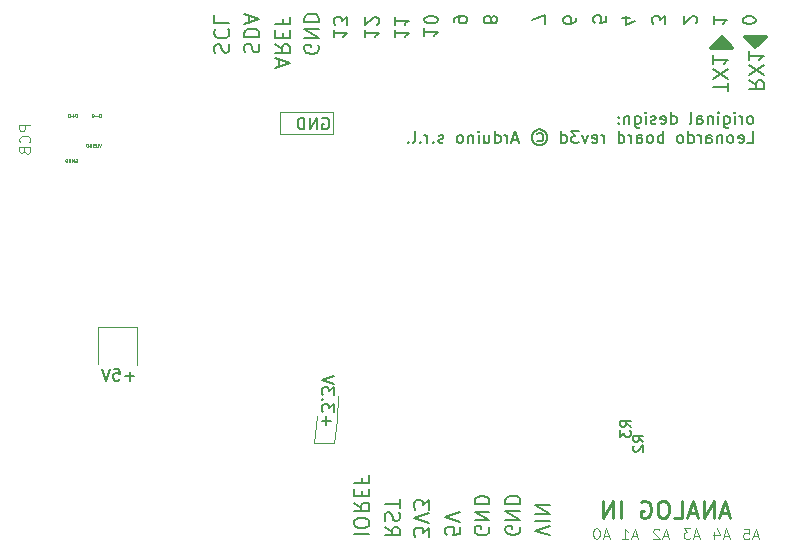
<source format=gbr>
%TF.GenerationSoftware,KiCad,Pcbnew,(6.0.10-0)*%
%TF.CreationDate,2023-01-08T15:47:47+01:00*%
%TF.ProjectId,Leonardo_Rev3d,4c656f6e-6172-4646-9f5f-52657633642e,3d*%
%TF.SameCoordinates,Original*%
%TF.FileFunction,Legend,Bot*%
%TF.FilePolarity,Positive*%
%FSLAX46Y46*%
G04 Gerber Fmt 4.6, Leading zero omitted, Abs format (unit mm)*
G04 Created by KiCad (PCBNEW (6.0.10-0)) date 2023-01-08 15:47:47*
%MOMM*%
%LPD*%
G01*
G04 APERTURE LIST*
%ADD10C,0.304800*%
%ADD11C,0.120000*%
%ADD12C,0.142240*%
%ADD13C,0.150000*%
%ADD14C,0.152400*%
%ADD15C,0.121920*%
%ADD16C,0.170688*%
%ADD17C,0.251460*%
%ADD18C,0.022433*%
%ADD19C,0.081280*%
%ADD20C,0.140208*%
G04 APERTURE END LIST*
D10*
X178440000Y-84984000D02*
X178059000Y-85365000D01*
X175188000Y-84778000D02*
X174299000Y-85667000D01*
X178059000Y-85619000D02*
X178948000Y-84730000D01*
D11*
X137790000Y-91130000D02*
X142310000Y-91130000D01*
X142310000Y-91130000D02*
X142310000Y-92940000D01*
X142310000Y-92940000D02*
X137790000Y-92940000D01*
X137790000Y-92940000D02*
X137790000Y-91130000D01*
D10*
X177170000Y-84730000D02*
X178059000Y-85619000D01*
X175188000Y-85032000D02*
X175696000Y-85540000D01*
X175442000Y-85540000D02*
X174680000Y-85540000D01*
D11*
X142650000Y-117210000D02*
X142370000Y-119110000D01*
D10*
X174680000Y-85540000D02*
X175188000Y-85032000D01*
D11*
X142680000Y-115180000D02*
X142650000Y-117210000D01*
X122360000Y-112490000D02*
X122360000Y-109280000D01*
D10*
X175061000Y-85286000D02*
X175442000Y-85540000D01*
X178059000Y-85365000D02*
X177551000Y-84857000D01*
X174299000Y-85667000D02*
X176077000Y-85667000D01*
D11*
X122360000Y-109280000D02*
X125680000Y-109280000D01*
X142370000Y-119110000D02*
X140650000Y-119110000D01*
D10*
X177932000Y-84984000D02*
X178440000Y-84984000D01*
X178059000Y-85238000D02*
X178059000Y-85111000D01*
X177551000Y-84857000D02*
X178567000Y-84857000D01*
X178948000Y-84730000D02*
X177170000Y-84730000D01*
D11*
X140650000Y-119110000D02*
X140950000Y-116880000D01*
X125690000Y-112495000D02*
X125690000Y-109285000D01*
D10*
X176077000Y-85667000D02*
X175188000Y-84778000D01*
D12*
X175771520Y-89377424D02*
X175771520Y-88645904D01*
X174491360Y-89011664D02*
X175771520Y-89011664D01*
X175771520Y-88341104D02*
X174491360Y-87487664D01*
X175771520Y-87487664D02*
X174491360Y-88341104D01*
X174491360Y-86329424D02*
X174491360Y-87060944D01*
X174491360Y-86695184D02*
X175771520Y-86695184D01*
X175588640Y-86817104D01*
X175466720Y-86939024D01*
X175405760Y-87060944D01*
X141060160Y-85472184D02*
X141121120Y-85594104D01*
X141121120Y-85776984D01*
X141060160Y-85959864D01*
X140938240Y-86081784D01*
X140816320Y-86142744D01*
X140572480Y-86203704D01*
X140389600Y-86203704D01*
X140145760Y-86142744D01*
X140023840Y-86081784D01*
X139901920Y-85959864D01*
X139840960Y-85776984D01*
X139840960Y-85655064D01*
X139901920Y-85472184D01*
X139962880Y-85411224D01*
X140389600Y-85411224D01*
X140389600Y-85655064D01*
X139840960Y-84862584D02*
X141121120Y-84862584D01*
X139840960Y-84131064D01*
X141121120Y-84131064D01*
X139840960Y-83521464D02*
X141121120Y-83521464D01*
X141121120Y-83216664D01*
X141060160Y-83033784D01*
X140938240Y-82911864D01*
X140816320Y-82850904D01*
X140572480Y-82789944D01*
X140389600Y-82789944D01*
X140145760Y-82850904D01*
X140023840Y-82911864D01*
X139901920Y-83033784D01*
X139840960Y-83216664D01*
X139840960Y-83521464D01*
X146660960Y-126241224D02*
X147270560Y-126667944D01*
X146660960Y-126972744D02*
X147941120Y-126972744D01*
X147941120Y-126485064D01*
X147880160Y-126363144D01*
X147819200Y-126302184D01*
X147697280Y-126241224D01*
X147514400Y-126241224D01*
X147392480Y-126302184D01*
X147331520Y-126363144D01*
X147270560Y-126485064D01*
X147270560Y-126972744D01*
X146721920Y-125753544D02*
X146660960Y-125570664D01*
X146660960Y-125265864D01*
X146721920Y-125143944D01*
X146782880Y-125082984D01*
X146904800Y-125022024D01*
X147026720Y-125022024D01*
X147148640Y-125082984D01*
X147209600Y-125143944D01*
X147270560Y-125265864D01*
X147331520Y-125509704D01*
X147392480Y-125631624D01*
X147453440Y-125692584D01*
X147575360Y-125753544D01*
X147697280Y-125753544D01*
X147819200Y-125692584D01*
X147880160Y-125631624D01*
X147941120Y-125509704D01*
X147941120Y-125204904D01*
X147880160Y-125022024D01*
X147941120Y-124656264D02*
X147941120Y-123924744D01*
X146660960Y-124290504D02*
X147941120Y-124290504D01*
D13*
X141718571Y-117620952D02*
X141718571Y-116859047D01*
X141337619Y-117240000D02*
X142099523Y-117240000D01*
X142337619Y-116478095D02*
X142337619Y-115859047D01*
X141956666Y-116192380D01*
X141956666Y-116049523D01*
X141909047Y-115954285D01*
X141861428Y-115906666D01*
X141766190Y-115859047D01*
X141528095Y-115859047D01*
X141432857Y-115906666D01*
X141385238Y-115954285D01*
X141337619Y-116049523D01*
X141337619Y-116335238D01*
X141385238Y-116430476D01*
X141432857Y-116478095D01*
X141432857Y-115430476D02*
X141385238Y-115382857D01*
X141337619Y-115430476D01*
X141385238Y-115478095D01*
X141432857Y-115430476D01*
X141337619Y-115430476D01*
X142337619Y-115049523D02*
X142337619Y-114430476D01*
X141956666Y-114763809D01*
X141956666Y-114620952D01*
X141909047Y-114525714D01*
X141861428Y-114478095D01*
X141766190Y-114430476D01*
X141528095Y-114430476D01*
X141432857Y-114478095D01*
X141385238Y-114525714D01*
X141337619Y-114620952D01*
X141337619Y-114906666D01*
X141385238Y-115001904D01*
X141432857Y-115049523D01*
X142337619Y-114144761D02*
X141337619Y-113811428D01*
X142337619Y-113478095D01*
D14*
X172996780Y-83620564D02*
X173050000Y-83567345D01*
X173103219Y-83460907D01*
X173103219Y-83194812D01*
X173050000Y-83088374D01*
X172996780Y-83035155D01*
X172890342Y-82981936D01*
X172783904Y-82981936D01*
X172624247Y-83035155D01*
X171985619Y-83673783D01*
X171985619Y-82981936D01*
X167470685Y-83178374D02*
X166725619Y-83178374D01*
X167896438Y-83444469D02*
X167098152Y-83710564D01*
X167098152Y-83018717D01*
D15*
X168070451Y-127021973D02*
X167644698Y-127021973D01*
X168155601Y-127277424D02*
X167857574Y-126383344D01*
X167559548Y-127277424D01*
X166793193Y-127277424D02*
X167304096Y-127277424D01*
X167048645Y-127277424D02*
X167048645Y-126383344D01*
X167133795Y-126511070D01*
X167218946Y-126596220D01*
X167304096Y-126638796D01*
D14*
X178083219Y-83394469D02*
X178083219Y-83288031D01*
X178030000Y-83181593D01*
X177976780Y-83128374D01*
X177870342Y-83075155D01*
X177657466Y-83021936D01*
X177391371Y-83021936D01*
X177178495Y-83075155D01*
X177072057Y-83128374D01*
X177018838Y-83181593D01*
X176965619Y-83288031D01*
X176965619Y-83394469D01*
X177018838Y-83500907D01*
X177072057Y-83554126D01*
X177178495Y-83607345D01*
X177391371Y-83660564D01*
X177657466Y-83660564D01*
X177870342Y-83607345D01*
X177976780Y-83554126D01*
X178030000Y-83500907D01*
X178083219Y-83394469D01*
X150025619Y-84046317D02*
X150025619Y-84684945D01*
X150025619Y-84365631D02*
X151143219Y-84365631D01*
X150983561Y-84472069D01*
X150877123Y-84578507D01*
X150823904Y-84684945D01*
X151143219Y-83354469D02*
X151143219Y-83248031D01*
X151090000Y-83141593D01*
X151036780Y-83088374D01*
X150930342Y-83035155D01*
X150717466Y-82981936D01*
X150451371Y-82981936D01*
X150238495Y-83035155D01*
X150132057Y-83088374D01*
X150078838Y-83141593D01*
X150025619Y-83248031D01*
X150025619Y-83354469D01*
X150078838Y-83460907D01*
X150132057Y-83514126D01*
X150238495Y-83567345D01*
X150451371Y-83620564D01*
X150717466Y-83620564D01*
X150930342Y-83567345D01*
X151036780Y-83514126D01*
X151090000Y-83460907D01*
X151143219Y-83354469D01*
D12*
X150421120Y-127094664D02*
X150421120Y-126302184D01*
X149933440Y-126728904D01*
X149933440Y-126546024D01*
X149872480Y-126424104D01*
X149811520Y-126363144D01*
X149689600Y-126302184D01*
X149384800Y-126302184D01*
X149262880Y-126363144D01*
X149201920Y-126424104D01*
X149140960Y-126546024D01*
X149140960Y-126911784D01*
X149201920Y-127033704D01*
X149262880Y-127094664D01*
X150421120Y-125936424D02*
X149140960Y-125509704D01*
X150421120Y-125082984D01*
X150421120Y-124778184D02*
X150421120Y-123985704D01*
X149933440Y-124412424D01*
X149933440Y-124229544D01*
X149872480Y-124107624D01*
X149811520Y-124046664D01*
X149689600Y-123985704D01*
X149384800Y-123985704D01*
X149262880Y-124046664D01*
X149201920Y-124107624D01*
X149140960Y-124229544D01*
X149140960Y-124595304D01*
X149201920Y-124717224D01*
X149262880Y-124778184D01*
X132291920Y-86103704D02*
X132230960Y-85920824D01*
X132230960Y-85616024D01*
X132291920Y-85494104D01*
X132352880Y-85433144D01*
X132474800Y-85372184D01*
X132596720Y-85372184D01*
X132718640Y-85433144D01*
X132779600Y-85494104D01*
X132840560Y-85616024D01*
X132901520Y-85859864D01*
X132962480Y-85981784D01*
X133023440Y-86042744D01*
X133145360Y-86103704D01*
X133267280Y-86103704D01*
X133389200Y-86042744D01*
X133450160Y-85981784D01*
X133511120Y-85859864D01*
X133511120Y-85555064D01*
X133450160Y-85372184D01*
X132352880Y-84092024D02*
X132291920Y-84152984D01*
X132230960Y-84335864D01*
X132230960Y-84457784D01*
X132291920Y-84640664D01*
X132413840Y-84762584D01*
X132535760Y-84823544D01*
X132779600Y-84884504D01*
X132962480Y-84884504D01*
X133206320Y-84823544D01*
X133328240Y-84762584D01*
X133450160Y-84640664D01*
X133511120Y-84457784D01*
X133511120Y-84335864D01*
X133450160Y-84152984D01*
X133389200Y-84092024D01*
X132230960Y-82933784D02*
X132230960Y-83543384D01*
X133511120Y-83543384D01*
D14*
X145035619Y-84136317D02*
X145035619Y-84774945D01*
X145035619Y-84455631D02*
X146153219Y-84455631D01*
X145993561Y-84562069D01*
X145887123Y-84668507D01*
X145833904Y-84774945D01*
X146046780Y-83710564D02*
X146100000Y-83657345D01*
X146153219Y-83550907D01*
X146153219Y-83284812D01*
X146100000Y-83178374D01*
X146046780Y-83125155D01*
X145940342Y-83071936D01*
X145833904Y-83071936D01*
X145674247Y-83125155D01*
X145035619Y-83763783D01*
X145035619Y-83071936D01*
D12*
X134841920Y-86063704D02*
X134780960Y-85880824D01*
X134780960Y-85576024D01*
X134841920Y-85454104D01*
X134902880Y-85393144D01*
X135024800Y-85332184D01*
X135146720Y-85332184D01*
X135268640Y-85393144D01*
X135329600Y-85454104D01*
X135390560Y-85576024D01*
X135451520Y-85819864D01*
X135512480Y-85941784D01*
X135573440Y-86002744D01*
X135695360Y-86063704D01*
X135817280Y-86063704D01*
X135939200Y-86002744D01*
X136000160Y-85941784D01*
X136061120Y-85819864D01*
X136061120Y-85515064D01*
X136000160Y-85332184D01*
X134780960Y-84783544D02*
X136061120Y-84783544D01*
X136061120Y-84478744D01*
X136000160Y-84295864D01*
X135878240Y-84173944D01*
X135756320Y-84112984D01*
X135512480Y-84052024D01*
X135329600Y-84052024D01*
X135085760Y-84112984D01*
X134963840Y-84173944D01*
X134841920Y-84295864D01*
X134780960Y-84478744D01*
X134780960Y-84783544D01*
X135146720Y-83564344D02*
X135146720Y-82954744D01*
X134780960Y-83686264D02*
X136061120Y-83259544D01*
X134780960Y-82832824D01*
X177484960Y-88427224D02*
X178094560Y-88853944D01*
X177484960Y-89158744D02*
X178765120Y-89158744D01*
X178765120Y-88671064D01*
X178704160Y-88549144D01*
X178643200Y-88488184D01*
X178521280Y-88427224D01*
X178338400Y-88427224D01*
X178216480Y-88488184D01*
X178155520Y-88549144D01*
X178094560Y-88671064D01*
X178094560Y-89158744D01*
X178765120Y-88000504D02*
X177484960Y-87147064D01*
X178765120Y-87147064D02*
X177484960Y-88000504D01*
X177484960Y-85988824D02*
X177484960Y-86720344D01*
X177484960Y-86354584D02*
X178765120Y-86354584D01*
X178582240Y-86476504D01*
X178460320Y-86598424D01*
X178399360Y-86720344D01*
D14*
X142365619Y-84136317D02*
X142365619Y-84774945D01*
X142365619Y-84455631D02*
X143483219Y-84455631D01*
X143323561Y-84562069D01*
X143217123Y-84668507D01*
X143163904Y-84774945D01*
X143483219Y-83763783D02*
X143483219Y-83071936D01*
X143057466Y-83444469D01*
X143057466Y-83284812D01*
X143004247Y-83178374D01*
X142951028Y-83125155D01*
X142844590Y-83071936D01*
X142578495Y-83071936D01*
X142472057Y-83125155D01*
X142418838Y-83178374D01*
X142365619Y-83284812D01*
X142365619Y-83604126D01*
X142418838Y-83710564D01*
X142472057Y-83763783D01*
D16*
X153051317Y-126274972D02*
X153051317Y-126871026D01*
X152455264Y-126930631D01*
X152514869Y-126871026D01*
X152574474Y-126751815D01*
X152574474Y-126453788D01*
X152514869Y-126334578D01*
X152455264Y-126274972D01*
X152336053Y-126215367D01*
X152038026Y-126215367D01*
X151918816Y-126274972D01*
X151859210Y-126334578D01*
X151799605Y-126453788D01*
X151799605Y-126751815D01*
X151859210Y-126871026D01*
X151918816Y-126930631D01*
X153051317Y-125857735D02*
X151799605Y-125440498D01*
X153051317Y-125023260D01*
D15*
X178310451Y-127021973D02*
X177884698Y-127021973D01*
X178395601Y-127277424D02*
X178097574Y-126383344D01*
X177799548Y-127277424D01*
X177075769Y-126383344D02*
X177501521Y-126383344D01*
X177544096Y-126809097D01*
X177501521Y-126766521D01*
X177416371Y-126723946D01*
X177203494Y-126723946D01*
X177118344Y-126766521D01*
X177075769Y-126809097D01*
X177033193Y-126894247D01*
X177033193Y-127107123D01*
X177075769Y-127192274D01*
X177118344Y-127234849D01*
X177203494Y-127277424D01*
X177416371Y-127277424D01*
X177501521Y-127234849D01*
X177544096Y-127192274D01*
D13*
X141391904Y-91640000D02*
X141487142Y-91592380D01*
X141630000Y-91592380D01*
X141772857Y-91640000D01*
X141868095Y-91735238D01*
X141915714Y-91830476D01*
X141963333Y-92020952D01*
X141963333Y-92163809D01*
X141915714Y-92354285D01*
X141868095Y-92449523D01*
X141772857Y-92544761D01*
X141630000Y-92592380D01*
X141534761Y-92592380D01*
X141391904Y-92544761D01*
X141344285Y-92497142D01*
X141344285Y-92163809D01*
X141534761Y-92163809D01*
X140915714Y-92592380D02*
X140915714Y-91592380D01*
X140344285Y-92592380D01*
X140344285Y-91592380D01*
X139868095Y-92592380D02*
X139868095Y-91592380D01*
X139630000Y-91592380D01*
X139487142Y-91640000D01*
X139391904Y-91735238D01*
X139344285Y-91830476D01*
X139296666Y-92020952D01*
X139296666Y-92163809D01*
X139344285Y-92354285D01*
X139391904Y-92449523D01*
X139487142Y-92544761D01*
X139630000Y-92592380D01*
X139868095Y-92592380D01*
X125445714Y-113471428D02*
X124683809Y-113471428D01*
X125064761Y-113852380D02*
X125064761Y-113090476D01*
X123731428Y-112852380D02*
X124207619Y-112852380D01*
X124255238Y-113328571D01*
X124207619Y-113280952D01*
X124112380Y-113233333D01*
X123874285Y-113233333D01*
X123779047Y-113280952D01*
X123731428Y-113328571D01*
X123683809Y-113423809D01*
X123683809Y-113661904D01*
X123731428Y-113757142D01*
X123779047Y-113804761D01*
X123874285Y-113852380D01*
X124112380Y-113852380D01*
X124207619Y-113804761D01*
X124255238Y-113757142D01*
X123398095Y-112852380D02*
X123064761Y-113852380D01*
X122731428Y-112852380D01*
D14*
X174515619Y-83021936D02*
X174515619Y-83660564D01*
X174515619Y-83341250D02*
X175633219Y-83341250D01*
X175473561Y-83447688D01*
X175367123Y-83554126D01*
X175313904Y-83660564D01*
D15*
X173250451Y-126981973D02*
X172824698Y-126981973D01*
X173335601Y-127237424D02*
X173037574Y-126343344D01*
X172739548Y-127237424D01*
X172526672Y-126343344D02*
X171973193Y-126343344D01*
X172271220Y-126683946D01*
X172143494Y-126683946D01*
X172058344Y-126726521D01*
X172015769Y-126769097D01*
X171973193Y-126854247D01*
X171973193Y-127067123D01*
X172015769Y-127152274D01*
X172058344Y-127194849D01*
X172143494Y-127237424D01*
X172398946Y-127237424D01*
X172484096Y-127194849D01*
X172526672Y-127152274D01*
D16*
X155471712Y-126255367D02*
X155531317Y-126374578D01*
X155531317Y-126553394D01*
X155471712Y-126732210D01*
X155352501Y-126851420D01*
X155233290Y-126911026D01*
X154994869Y-126970631D01*
X154816053Y-126970631D01*
X154577632Y-126911026D01*
X154458421Y-126851420D01*
X154339210Y-126732210D01*
X154279605Y-126553394D01*
X154279605Y-126434183D01*
X154339210Y-126255367D01*
X154398816Y-126195762D01*
X154816053Y-126195762D01*
X154816053Y-126434183D01*
X154279605Y-125659314D02*
X155531317Y-125659314D01*
X154279605Y-124944050D01*
X155531317Y-124944050D01*
X154279605Y-124347996D02*
X155531317Y-124347996D01*
X155531317Y-124049970D01*
X155471712Y-123871154D01*
X155352501Y-123751943D01*
X155233290Y-123692338D01*
X154994869Y-123632732D01*
X154816053Y-123632732D01*
X154577632Y-123692338D01*
X154458421Y-123751943D01*
X154339210Y-123871154D01*
X154279605Y-124049970D01*
X154279605Y-124347996D01*
X160631317Y-126969842D02*
X159379605Y-126552604D01*
X160631317Y-126135367D01*
X159379605Y-125718130D02*
X160631317Y-125718130D01*
X159379605Y-125122076D02*
X160631317Y-125122076D01*
X159379605Y-124406812D01*
X160631317Y-124406812D01*
X158081712Y-126215367D02*
X158141317Y-126334578D01*
X158141317Y-126513394D01*
X158081712Y-126692210D01*
X157962501Y-126811420D01*
X157843290Y-126871026D01*
X157604869Y-126930631D01*
X157426053Y-126930631D01*
X157187632Y-126871026D01*
X157068421Y-126811420D01*
X156949210Y-126692210D01*
X156889605Y-126513394D01*
X156889605Y-126394183D01*
X156949210Y-126215367D01*
X157008816Y-126155762D01*
X157426053Y-126155762D01*
X157426053Y-126394183D01*
X156889605Y-125619314D02*
X158141317Y-125619314D01*
X156889605Y-124904050D01*
X158141317Y-124904050D01*
X156889605Y-124307996D02*
X158141317Y-124307996D01*
X158141317Y-124009970D01*
X158081712Y-123831154D01*
X157962501Y-123711943D01*
X157843290Y-123652338D01*
X157604869Y-123592732D01*
X157426053Y-123592732D01*
X157187632Y-123652338D01*
X157068421Y-123711943D01*
X156949210Y-123831154D01*
X156889605Y-124009970D01*
X156889605Y-124307996D01*
D12*
X137716720Y-87263704D02*
X137716720Y-86654104D01*
X137350960Y-87385624D02*
X138631120Y-86958904D01*
X137350960Y-86532184D01*
X137350960Y-85373944D02*
X137960560Y-85800664D01*
X137350960Y-86105464D02*
X138631120Y-86105464D01*
X138631120Y-85617784D01*
X138570160Y-85495864D01*
X138509200Y-85434904D01*
X138387280Y-85373944D01*
X138204400Y-85373944D01*
X138082480Y-85434904D01*
X138021520Y-85495864D01*
X137960560Y-85617784D01*
X137960560Y-86105464D01*
X138021520Y-84825304D02*
X138021520Y-84398584D01*
X137350960Y-84215704D02*
X137350960Y-84825304D01*
X138631120Y-84825304D01*
X138631120Y-84215704D01*
X138021520Y-83240344D02*
X138021520Y-83667064D01*
X137350960Y-83667064D02*
X138631120Y-83667064D01*
X138631120Y-83057464D01*
D14*
X165443219Y-82985155D02*
X165443219Y-83517345D01*
X164911028Y-83570564D01*
X164964247Y-83517345D01*
X165017466Y-83410907D01*
X165017466Y-83144812D01*
X164964247Y-83038374D01*
X164911028Y-82985155D01*
X164804590Y-82931936D01*
X164538495Y-82931936D01*
X164432057Y-82985155D01*
X164378838Y-83038374D01*
X164325619Y-83144812D01*
X164325619Y-83410907D01*
X164378838Y-83517345D01*
X164432057Y-83570564D01*
X147575619Y-84136317D02*
X147575619Y-84774945D01*
X147575619Y-84455631D02*
X148693219Y-84455631D01*
X148533561Y-84562069D01*
X148427123Y-84668507D01*
X148373904Y-84774945D01*
X147575619Y-83071936D02*
X147575619Y-83710564D01*
X147575619Y-83391250D02*
X148693219Y-83391250D01*
X148533561Y-83497688D01*
X148427123Y-83604126D01*
X148373904Y-83710564D01*
D15*
X175780451Y-126981973D02*
X175354698Y-126981973D01*
X175865601Y-127237424D02*
X175567574Y-126343344D01*
X175269548Y-127237424D01*
X174588344Y-126641371D02*
X174588344Y-127237424D01*
X174801220Y-126300769D02*
X175014096Y-126939398D01*
X174460618Y-126939398D01*
X170680451Y-127021973D02*
X170254698Y-127021973D01*
X170765601Y-127277424D02*
X170467574Y-126383344D01*
X170169548Y-127277424D01*
X169914096Y-126468495D02*
X169871521Y-126425920D01*
X169786371Y-126383344D01*
X169573494Y-126383344D01*
X169488344Y-126425920D01*
X169445769Y-126468495D01*
X169403193Y-126553645D01*
X169403193Y-126638796D01*
X169445769Y-126766521D01*
X169956672Y-127277424D01*
X169403193Y-127277424D01*
X165620451Y-126981973D02*
X165194698Y-126981973D01*
X165705601Y-127237424D02*
X165407574Y-126343344D01*
X165109548Y-127237424D01*
X164641220Y-126343344D02*
X164556070Y-126343344D01*
X164470919Y-126385920D01*
X164428344Y-126428495D01*
X164385769Y-126513645D01*
X164343193Y-126683946D01*
X164343193Y-126896822D01*
X164385769Y-127067123D01*
X164428344Y-127152274D01*
X164470919Y-127194849D01*
X164556070Y-127237424D01*
X164641220Y-127237424D01*
X164726371Y-127194849D01*
X164768946Y-127152274D01*
X164811521Y-127067123D01*
X164854096Y-126896822D01*
X164854096Y-126683946D01*
X164811521Y-126513645D01*
X164768946Y-126428495D01*
X164726371Y-126385920D01*
X164641220Y-126343344D01*
D12*
X144080960Y-126882744D02*
X145361120Y-126882744D01*
X145361120Y-126029304D02*
X145361120Y-125785464D01*
X145300160Y-125663544D01*
X145178240Y-125541624D01*
X144934400Y-125480664D01*
X144507680Y-125480664D01*
X144263840Y-125541624D01*
X144141920Y-125663544D01*
X144080960Y-125785464D01*
X144080960Y-126029304D01*
X144141920Y-126151224D01*
X144263840Y-126273144D01*
X144507680Y-126334104D01*
X144934400Y-126334104D01*
X145178240Y-126273144D01*
X145300160Y-126151224D01*
X145361120Y-126029304D01*
X144080960Y-124200504D02*
X144690560Y-124627224D01*
X144080960Y-124932024D02*
X145361120Y-124932024D01*
X145361120Y-124444344D01*
X145300160Y-124322424D01*
X145239200Y-124261464D01*
X145117280Y-124200504D01*
X144934400Y-124200504D01*
X144812480Y-124261464D01*
X144751520Y-124322424D01*
X144690560Y-124444344D01*
X144690560Y-124932024D01*
X144751520Y-123651864D02*
X144751520Y-123225144D01*
X144080960Y-123042264D02*
X144080960Y-123651864D01*
X145361120Y-123651864D01*
X145361120Y-123042264D01*
X144751520Y-122066904D02*
X144751520Y-122493624D01*
X144080960Y-122493624D02*
X145361120Y-122493624D01*
X145361120Y-121884024D01*
D14*
X160273219Y-83623783D02*
X160273219Y-82878717D01*
X159155619Y-83357688D01*
X152515619Y-83514126D02*
X152515619Y-83301250D01*
X152568838Y-83194812D01*
X152622057Y-83141593D01*
X152781714Y-83035155D01*
X152994590Y-82981936D01*
X153420342Y-82981936D01*
X153526780Y-83035155D01*
X153580000Y-83088374D01*
X153633219Y-83194812D01*
X153633219Y-83407688D01*
X153580000Y-83514126D01*
X153526780Y-83567345D01*
X153420342Y-83620564D01*
X153154247Y-83620564D01*
X153047809Y-83567345D01*
X152994590Y-83514126D01*
X152941371Y-83407688D01*
X152941371Y-83194812D01*
X152994590Y-83088374D01*
X153047809Y-83035155D01*
X153154247Y-82981936D01*
D13*
X177671547Y-92127380D02*
X177766785Y-92079761D01*
X177814404Y-92032142D01*
X177862023Y-91936904D01*
X177862023Y-91651190D01*
X177814404Y-91555952D01*
X177766785Y-91508333D01*
X177671547Y-91460714D01*
X177528690Y-91460714D01*
X177433452Y-91508333D01*
X177385833Y-91555952D01*
X177338214Y-91651190D01*
X177338214Y-91936904D01*
X177385833Y-92032142D01*
X177433452Y-92079761D01*
X177528690Y-92127380D01*
X177671547Y-92127380D01*
X176909642Y-92127380D02*
X176909642Y-91460714D01*
X176909642Y-91651190D02*
X176862023Y-91555952D01*
X176814404Y-91508333D01*
X176719166Y-91460714D01*
X176623928Y-91460714D01*
X176290595Y-92127380D02*
X176290595Y-91460714D01*
X176290595Y-91127380D02*
X176338214Y-91175000D01*
X176290595Y-91222619D01*
X176242976Y-91175000D01*
X176290595Y-91127380D01*
X176290595Y-91222619D01*
X175385833Y-91460714D02*
X175385833Y-92270238D01*
X175433452Y-92365476D01*
X175481071Y-92413095D01*
X175576309Y-92460714D01*
X175719166Y-92460714D01*
X175814404Y-92413095D01*
X175385833Y-92079761D02*
X175481071Y-92127380D01*
X175671547Y-92127380D01*
X175766785Y-92079761D01*
X175814404Y-92032142D01*
X175862023Y-91936904D01*
X175862023Y-91651190D01*
X175814404Y-91555952D01*
X175766785Y-91508333D01*
X175671547Y-91460714D01*
X175481071Y-91460714D01*
X175385833Y-91508333D01*
X174909642Y-92127380D02*
X174909642Y-91460714D01*
X174909642Y-91127380D02*
X174957261Y-91175000D01*
X174909642Y-91222619D01*
X174862023Y-91175000D01*
X174909642Y-91127380D01*
X174909642Y-91222619D01*
X174433452Y-91460714D02*
X174433452Y-92127380D01*
X174433452Y-91555952D02*
X174385833Y-91508333D01*
X174290595Y-91460714D01*
X174147738Y-91460714D01*
X174052500Y-91508333D01*
X174004880Y-91603571D01*
X174004880Y-92127380D01*
X173100119Y-92127380D02*
X173100119Y-91603571D01*
X173147738Y-91508333D01*
X173242976Y-91460714D01*
X173433452Y-91460714D01*
X173528690Y-91508333D01*
X173100119Y-92079761D02*
X173195357Y-92127380D01*
X173433452Y-92127380D01*
X173528690Y-92079761D01*
X173576309Y-91984523D01*
X173576309Y-91889285D01*
X173528690Y-91794047D01*
X173433452Y-91746428D01*
X173195357Y-91746428D01*
X173100119Y-91698809D01*
X172481071Y-92127380D02*
X172576309Y-92079761D01*
X172623928Y-91984523D01*
X172623928Y-91127380D01*
X170909642Y-92127380D02*
X170909642Y-91127380D01*
X170909642Y-92079761D02*
X171004880Y-92127380D01*
X171195357Y-92127380D01*
X171290595Y-92079761D01*
X171338214Y-92032142D01*
X171385833Y-91936904D01*
X171385833Y-91651190D01*
X171338214Y-91555952D01*
X171290595Y-91508333D01*
X171195357Y-91460714D01*
X171004880Y-91460714D01*
X170909642Y-91508333D01*
X170052500Y-92079761D02*
X170147738Y-92127380D01*
X170338214Y-92127380D01*
X170433452Y-92079761D01*
X170481071Y-91984523D01*
X170481071Y-91603571D01*
X170433452Y-91508333D01*
X170338214Y-91460714D01*
X170147738Y-91460714D01*
X170052500Y-91508333D01*
X170004880Y-91603571D01*
X170004880Y-91698809D01*
X170481071Y-91794047D01*
X169623928Y-92079761D02*
X169528690Y-92127380D01*
X169338214Y-92127380D01*
X169242976Y-92079761D01*
X169195357Y-91984523D01*
X169195357Y-91936904D01*
X169242976Y-91841666D01*
X169338214Y-91794047D01*
X169481071Y-91794047D01*
X169576309Y-91746428D01*
X169623928Y-91651190D01*
X169623928Y-91603571D01*
X169576309Y-91508333D01*
X169481071Y-91460714D01*
X169338214Y-91460714D01*
X169242976Y-91508333D01*
X168766785Y-92127380D02*
X168766785Y-91460714D01*
X168766785Y-91127380D02*
X168814404Y-91175000D01*
X168766785Y-91222619D01*
X168719166Y-91175000D01*
X168766785Y-91127380D01*
X168766785Y-91222619D01*
X167862023Y-91460714D02*
X167862023Y-92270238D01*
X167909642Y-92365476D01*
X167957261Y-92413095D01*
X168052500Y-92460714D01*
X168195357Y-92460714D01*
X168290595Y-92413095D01*
X167862023Y-92079761D02*
X167957261Y-92127380D01*
X168147738Y-92127380D01*
X168242976Y-92079761D01*
X168290595Y-92032142D01*
X168338214Y-91936904D01*
X168338214Y-91651190D01*
X168290595Y-91555952D01*
X168242976Y-91508333D01*
X168147738Y-91460714D01*
X167957261Y-91460714D01*
X167862023Y-91508333D01*
X167385833Y-91460714D02*
X167385833Y-92127380D01*
X167385833Y-91555952D02*
X167338214Y-91508333D01*
X167242976Y-91460714D01*
X167100119Y-91460714D01*
X167004880Y-91508333D01*
X166957261Y-91603571D01*
X166957261Y-92127380D01*
X166481071Y-92032142D02*
X166433452Y-92079761D01*
X166481071Y-92127380D01*
X166528690Y-92079761D01*
X166481071Y-92032142D01*
X166481071Y-92127380D01*
X166481071Y-91508333D02*
X166433452Y-91555952D01*
X166481071Y-91603571D01*
X166528690Y-91555952D01*
X166481071Y-91508333D01*
X166481071Y-91603571D01*
X177338214Y-93737380D02*
X177814404Y-93737380D01*
X177814404Y-92737380D01*
X176623928Y-93689761D02*
X176719166Y-93737380D01*
X176909642Y-93737380D01*
X177004880Y-93689761D01*
X177052500Y-93594523D01*
X177052500Y-93213571D01*
X177004880Y-93118333D01*
X176909642Y-93070714D01*
X176719166Y-93070714D01*
X176623928Y-93118333D01*
X176576309Y-93213571D01*
X176576309Y-93308809D01*
X177052500Y-93404047D01*
X176004880Y-93737380D02*
X176100119Y-93689761D01*
X176147738Y-93642142D01*
X176195357Y-93546904D01*
X176195357Y-93261190D01*
X176147738Y-93165952D01*
X176100119Y-93118333D01*
X176004880Y-93070714D01*
X175862023Y-93070714D01*
X175766785Y-93118333D01*
X175719166Y-93165952D01*
X175671547Y-93261190D01*
X175671547Y-93546904D01*
X175719166Y-93642142D01*
X175766785Y-93689761D01*
X175862023Y-93737380D01*
X176004880Y-93737380D01*
X175242976Y-93070714D02*
X175242976Y-93737380D01*
X175242976Y-93165952D02*
X175195357Y-93118333D01*
X175100119Y-93070714D01*
X174957261Y-93070714D01*
X174862023Y-93118333D01*
X174814404Y-93213571D01*
X174814404Y-93737380D01*
X173909642Y-93737380D02*
X173909642Y-93213571D01*
X173957261Y-93118333D01*
X174052500Y-93070714D01*
X174242976Y-93070714D01*
X174338214Y-93118333D01*
X173909642Y-93689761D02*
X174004880Y-93737380D01*
X174242976Y-93737380D01*
X174338214Y-93689761D01*
X174385833Y-93594523D01*
X174385833Y-93499285D01*
X174338214Y-93404047D01*
X174242976Y-93356428D01*
X174004880Y-93356428D01*
X173909642Y-93308809D01*
X173433452Y-93737380D02*
X173433452Y-93070714D01*
X173433452Y-93261190D02*
X173385833Y-93165952D01*
X173338214Y-93118333D01*
X173242976Y-93070714D01*
X173147738Y-93070714D01*
X172385833Y-93737380D02*
X172385833Y-92737380D01*
X172385833Y-93689761D02*
X172481071Y-93737380D01*
X172671547Y-93737380D01*
X172766785Y-93689761D01*
X172814404Y-93642142D01*
X172862023Y-93546904D01*
X172862023Y-93261190D01*
X172814404Y-93165952D01*
X172766785Y-93118333D01*
X172671547Y-93070714D01*
X172481071Y-93070714D01*
X172385833Y-93118333D01*
X171766785Y-93737380D02*
X171862023Y-93689761D01*
X171909642Y-93642142D01*
X171957261Y-93546904D01*
X171957261Y-93261190D01*
X171909642Y-93165952D01*
X171862023Y-93118333D01*
X171766785Y-93070714D01*
X171623928Y-93070714D01*
X171528690Y-93118333D01*
X171481071Y-93165952D01*
X171433452Y-93261190D01*
X171433452Y-93546904D01*
X171481071Y-93642142D01*
X171528690Y-93689761D01*
X171623928Y-93737380D01*
X171766785Y-93737380D01*
X170242976Y-93737380D02*
X170242976Y-92737380D01*
X170242976Y-93118333D02*
X170147738Y-93070714D01*
X169957261Y-93070714D01*
X169862023Y-93118333D01*
X169814404Y-93165952D01*
X169766785Y-93261190D01*
X169766785Y-93546904D01*
X169814404Y-93642142D01*
X169862023Y-93689761D01*
X169957261Y-93737380D01*
X170147738Y-93737380D01*
X170242976Y-93689761D01*
X169195357Y-93737380D02*
X169290595Y-93689761D01*
X169338214Y-93642142D01*
X169385833Y-93546904D01*
X169385833Y-93261190D01*
X169338214Y-93165952D01*
X169290595Y-93118333D01*
X169195357Y-93070714D01*
X169052500Y-93070714D01*
X168957261Y-93118333D01*
X168909642Y-93165952D01*
X168862023Y-93261190D01*
X168862023Y-93546904D01*
X168909642Y-93642142D01*
X168957261Y-93689761D01*
X169052500Y-93737380D01*
X169195357Y-93737380D01*
X168004880Y-93737380D02*
X168004880Y-93213571D01*
X168052500Y-93118333D01*
X168147738Y-93070714D01*
X168338214Y-93070714D01*
X168433452Y-93118333D01*
X168004880Y-93689761D02*
X168100119Y-93737380D01*
X168338214Y-93737380D01*
X168433452Y-93689761D01*
X168481071Y-93594523D01*
X168481071Y-93499285D01*
X168433452Y-93404047D01*
X168338214Y-93356428D01*
X168100119Y-93356428D01*
X168004880Y-93308809D01*
X167528690Y-93737380D02*
X167528690Y-93070714D01*
X167528690Y-93261190D02*
X167481071Y-93165952D01*
X167433452Y-93118333D01*
X167338214Y-93070714D01*
X167242976Y-93070714D01*
X166481071Y-93737380D02*
X166481071Y-92737380D01*
X166481071Y-93689761D02*
X166576309Y-93737380D01*
X166766785Y-93737380D01*
X166862023Y-93689761D01*
X166909642Y-93642142D01*
X166957261Y-93546904D01*
X166957261Y-93261190D01*
X166909642Y-93165952D01*
X166862023Y-93118333D01*
X166766785Y-93070714D01*
X166576309Y-93070714D01*
X166481071Y-93118333D01*
X165242976Y-93737380D02*
X165242976Y-93070714D01*
X165242976Y-93261190D02*
X165195357Y-93165952D01*
X165147738Y-93118333D01*
X165052500Y-93070714D01*
X164957261Y-93070714D01*
X164242976Y-93689761D02*
X164338214Y-93737380D01*
X164528690Y-93737380D01*
X164623928Y-93689761D01*
X164671547Y-93594523D01*
X164671547Y-93213571D01*
X164623928Y-93118333D01*
X164528690Y-93070714D01*
X164338214Y-93070714D01*
X164242976Y-93118333D01*
X164195357Y-93213571D01*
X164195357Y-93308809D01*
X164671547Y-93404047D01*
X163862023Y-93070714D02*
X163623928Y-93737380D01*
X163385833Y-93070714D01*
X163100119Y-92737380D02*
X162481071Y-92737380D01*
X162814404Y-93118333D01*
X162671547Y-93118333D01*
X162576309Y-93165952D01*
X162528690Y-93213571D01*
X162481071Y-93308809D01*
X162481071Y-93546904D01*
X162528690Y-93642142D01*
X162576309Y-93689761D01*
X162671547Y-93737380D01*
X162957261Y-93737380D01*
X163052500Y-93689761D01*
X163100119Y-93642142D01*
X161623928Y-93737380D02*
X161623928Y-92737380D01*
X161623928Y-93689761D02*
X161719166Y-93737380D01*
X161909642Y-93737380D01*
X162004880Y-93689761D01*
X162052500Y-93642142D01*
X162100119Y-93546904D01*
X162100119Y-93261190D01*
X162052500Y-93165952D01*
X162004880Y-93118333D01*
X161909642Y-93070714D01*
X161719166Y-93070714D01*
X161623928Y-93118333D01*
X159576309Y-92975476D02*
X159671547Y-92927857D01*
X159862023Y-92927857D01*
X159957261Y-92975476D01*
X160052500Y-93070714D01*
X160100119Y-93165952D01*
X160100119Y-93356428D01*
X160052500Y-93451666D01*
X159957261Y-93546904D01*
X159862023Y-93594523D01*
X159671547Y-93594523D01*
X159576309Y-93546904D01*
X159766785Y-92594523D02*
X160004880Y-92642142D01*
X160242976Y-92785000D01*
X160385833Y-93023095D01*
X160433452Y-93261190D01*
X160385833Y-93499285D01*
X160242976Y-93737380D01*
X160004880Y-93880238D01*
X159766785Y-93927857D01*
X159528690Y-93880238D01*
X159290595Y-93737380D01*
X159147738Y-93499285D01*
X159100119Y-93261190D01*
X159147738Y-93023095D01*
X159290595Y-92785000D01*
X159528690Y-92642142D01*
X159766785Y-92594523D01*
X157957261Y-93451666D02*
X157481071Y-93451666D01*
X158052500Y-93737380D02*
X157719166Y-92737380D01*
X157385833Y-93737380D01*
X157052500Y-93737380D02*
X157052500Y-93070714D01*
X157052500Y-93261190D02*
X157004880Y-93165952D01*
X156957261Y-93118333D01*
X156862023Y-93070714D01*
X156766785Y-93070714D01*
X156004880Y-93737380D02*
X156004880Y-92737380D01*
X156004880Y-93689761D02*
X156100119Y-93737380D01*
X156290595Y-93737380D01*
X156385833Y-93689761D01*
X156433452Y-93642142D01*
X156481071Y-93546904D01*
X156481071Y-93261190D01*
X156433452Y-93165952D01*
X156385833Y-93118333D01*
X156290595Y-93070714D01*
X156100119Y-93070714D01*
X156004880Y-93118333D01*
X155100119Y-93070714D02*
X155100119Y-93737380D01*
X155528690Y-93070714D02*
X155528690Y-93594523D01*
X155481071Y-93689761D01*
X155385833Y-93737380D01*
X155242976Y-93737380D01*
X155147738Y-93689761D01*
X155100119Y-93642142D01*
X154623928Y-93737380D02*
X154623928Y-93070714D01*
X154623928Y-92737380D02*
X154671547Y-92785000D01*
X154623928Y-92832619D01*
X154576309Y-92785000D01*
X154623928Y-92737380D01*
X154623928Y-92832619D01*
X154147738Y-93070714D02*
X154147738Y-93737380D01*
X154147738Y-93165952D02*
X154100119Y-93118333D01*
X154004880Y-93070714D01*
X153862023Y-93070714D01*
X153766785Y-93118333D01*
X153719166Y-93213571D01*
X153719166Y-93737380D01*
X153100119Y-93737380D02*
X153195357Y-93689761D01*
X153242976Y-93642142D01*
X153290595Y-93546904D01*
X153290595Y-93261190D01*
X153242976Y-93165952D01*
X153195357Y-93118333D01*
X153100119Y-93070714D01*
X152957261Y-93070714D01*
X152862023Y-93118333D01*
X152814404Y-93165952D01*
X152766785Y-93261190D01*
X152766785Y-93546904D01*
X152814404Y-93642142D01*
X152862023Y-93689761D01*
X152957261Y-93737380D01*
X153100119Y-93737380D01*
X151623928Y-93689761D02*
X151528690Y-93737380D01*
X151338214Y-93737380D01*
X151242976Y-93689761D01*
X151195357Y-93594523D01*
X151195357Y-93546904D01*
X151242976Y-93451666D01*
X151338214Y-93404047D01*
X151481071Y-93404047D01*
X151576309Y-93356428D01*
X151623928Y-93261190D01*
X151623928Y-93213571D01*
X151576309Y-93118333D01*
X151481071Y-93070714D01*
X151338214Y-93070714D01*
X151242976Y-93118333D01*
X150766785Y-93642142D02*
X150719166Y-93689761D01*
X150766785Y-93737380D01*
X150814404Y-93689761D01*
X150766785Y-93642142D01*
X150766785Y-93737380D01*
X150290595Y-93737380D02*
X150290595Y-93070714D01*
X150290595Y-93261190D02*
X150242976Y-93165952D01*
X150195357Y-93118333D01*
X150100119Y-93070714D01*
X150004880Y-93070714D01*
X149671547Y-93642142D02*
X149623928Y-93689761D01*
X149671547Y-93737380D01*
X149719166Y-93689761D01*
X149671547Y-93642142D01*
X149671547Y-93737380D01*
X149052500Y-93737380D02*
X149147738Y-93689761D01*
X149195357Y-93594523D01*
X149195357Y-92737380D01*
X148671547Y-93642142D02*
X148623928Y-93689761D01*
X148671547Y-93737380D01*
X148719166Y-93689761D01*
X148671547Y-93642142D01*
X148671547Y-93737380D01*
D17*
X175805133Y-125065020D02*
X175126591Y-125065020D01*
X175940842Y-125472145D02*
X175465862Y-124047205D01*
X174990882Y-125472145D01*
X174515902Y-125472145D02*
X174515902Y-124047205D01*
X173701651Y-125472145D01*
X173701651Y-124047205D01*
X173090962Y-125065020D02*
X172412419Y-125065020D01*
X173226671Y-125472145D02*
X172751691Y-124047205D01*
X172276711Y-125472145D01*
X171123188Y-125472145D02*
X171801731Y-125472145D01*
X171801731Y-124047205D01*
X170376791Y-124047205D02*
X170105373Y-124047205D01*
X169969665Y-124115060D01*
X169833956Y-124250768D01*
X169766102Y-124522185D01*
X169766102Y-124997165D01*
X169833956Y-125268582D01*
X169969665Y-125404291D01*
X170105373Y-125472145D01*
X170376791Y-125472145D01*
X170512499Y-125404291D01*
X170648208Y-125268582D01*
X170716062Y-124997165D01*
X170716062Y-124522185D01*
X170648208Y-124250768D01*
X170512499Y-124115060D01*
X170376791Y-124047205D01*
X168409016Y-124115060D02*
X168544725Y-124047205D01*
X168748288Y-124047205D01*
X168951851Y-124115060D01*
X169087559Y-124250768D01*
X169155413Y-124386477D01*
X169223268Y-124657894D01*
X169223268Y-124861457D01*
X169155413Y-125132874D01*
X169087559Y-125268582D01*
X168951851Y-125404291D01*
X168748288Y-125472145D01*
X168612579Y-125472145D01*
X168409016Y-125404291D01*
X168341162Y-125336437D01*
X168341162Y-124861457D01*
X168612579Y-124861457D01*
X166644805Y-125472145D02*
X166644805Y-124047205D01*
X165966262Y-125472145D02*
X165966262Y-124047205D01*
X165152011Y-125472145D01*
X165152011Y-124047205D01*
D14*
X162903219Y-83128374D02*
X162903219Y-83341250D01*
X162850000Y-83447688D01*
X162796780Y-83500907D01*
X162637123Y-83607345D01*
X162424247Y-83660564D01*
X161998495Y-83660564D01*
X161892057Y-83607345D01*
X161838838Y-83554126D01*
X161785619Y-83447688D01*
X161785619Y-83234812D01*
X161838838Y-83128374D01*
X161892057Y-83075155D01*
X161998495Y-83021936D01*
X162264590Y-83021936D01*
X162371028Y-83075155D01*
X162424247Y-83128374D01*
X162477466Y-83234812D01*
X162477466Y-83447688D01*
X162424247Y-83554126D01*
X162371028Y-83607345D01*
X162264590Y-83660564D01*
X155684247Y-83407688D02*
X155737466Y-83514126D01*
X155790685Y-83567345D01*
X155897123Y-83620564D01*
X155950342Y-83620564D01*
X156056780Y-83567345D01*
X156110000Y-83514126D01*
X156163219Y-83407688D01*
X156163219Y-83194812D01*
X156110000Y-83088374D01*
X156056780Y-83035155D01*
X155950342Y-82981936D01*
X155897123Y-82981936D01*
X155790685Y-83035155D01*
X155737466Y-83088374D01*
X155684247Y-83194812D01*
X155684247Y-83407688D01*
X155631028Y-83514126D01*
X155577809Y-83567345D01*
X155471371Y-83620564D01*
X155258495Y-83620564D01*
X155152057Y-83567345D01*
X155098838Y-83514126D01*
X155045619Y-83407688D01*
X155045619Y-83194812D01*
X155098838Y-83088374D01*
X155152057Y-83035155D01*
X155258495Y-82981936D01*
X155471371Y-82981936D01*
X155577809Y-83035155D01*
X155631028Y-83088374D01*
X155684247Y-83194812D01*
X170423219Y-83673783D02*
X170423219Y-82981936D01*
X169997466Y-83354469D01*
X169997466Y-83194812D01*
X169944247Y-83088374D01*
X169891028Y-83035155D01*
X169784590Y-82981936D01*
X169518495Y-82981936D01*
X169412057Y-83035155D01*
X169358838Y-83088374D01*
X169305619Y-83194812D01*
X169305619Y-83514126D01*
X169358838Y-83620564D01*
X169412057Y-83673783D01*
D18*
%TO.C,D+0*%
X120629288Y-91542337D02*
X120629288Y-91259970D01*
X120562058Y-91259970D01*
X120521719Y-91273416D01*
X120494827Y-91300308D01*
X120481381Y-91327200D01*
X120467935Y-91380984D01*
X120467935Y-91421323D01*
X120481381Y-91475107D01*
X120494827Y-91501999D01*
X120521719Y-91528891D01*
X120562058Y-91542337D01*
X120629288Y-91542337D01*
X120346921Y-91434769D02*
X120131784Y-91434769D01*
X120239352Y-91542337D02*
X120239352Y-91327200D01*
X119943539Y-91259970D02*
X119916647Y-91259970D01*
X119889755Y-91273416D01*
X119876309Y-91286862D01*
X119862863Y-91313754D01*
X119849417Y-91367538D01*
X119849417Y-91434769D01*
X119862863Y-91488553D01*
X119876309Y-91515445D01*
X119889755Y-91528891D01*
X119916647Y-91542337D01*
X119943539Y-91542337D01*
X119970431Y-91528891D01*
X119983878Y-91515445D01*
X119997324Y-91488553D01*
X120010770Y-91434769D01*
X120010770Y-91367538D01*
X119997324Y-91313754D01*
X119983878Y-91286862D01*
X119970431Y-91273416D01*
X119943539Y-91259970D01*
D19*
%TO.C,J1*%
X116657590Y-92229784D02*
X115722870Y-92229784D01*
X115722870Y-92585868D01*
X115767381Y-92674889D01*
X115811891Y-92719399D01*
X115900912Y-92763910D01*
X116034443Y-92763910D01*
X116123464Y-92719399D01*
X116167975Y-92674889D01*
X116212485Y-92585868D01*
X116212485Y-92229784D01*
X116568569Y-93698630D02*
X116613080Y-93654119D01*
X116657590Y-93520588D01*
X116657590Y-93431567D01*
X116613080Y-93298035D01*
X116524059Y-93209014D01*
X116435038Y-93164504D01*
X116256996Y-93119993D01*
X116123464Y-93119993D01*
X115945422Y-93164504D01*
X115856401Y-93209014D01*
X115767381Y-93298035D01*
X115722870Y-93431567D01*
X115722870Y-93520588D01*
X115767381Y-93654119D01*
X115811891Y-93698630D01*
X116167975Y-94410797D02*
X116212485Y-94544329D01*
X116256996Y-94588839D01*
X116346017Y-94633350D01*
X116479548Y-94633350D01*
X116568569Y-94588839D01*
X116613080Y-94544329D01*
X116657590Y-94455308D01*
X116657590Y-94099224D01*
X115722870Y-94099224D01*
X115722870Y-94410797D01*
X115767381Y-94499818D01*
X115811891Y-94544329D01*
X115900912Y-94588839D01*
X115989933Y-94588839D01*
X116078954Y-94544329D01*
X116123464Y-94499818D01*
X116167975Y-94410797D01*
X116167975Y-94099224D01*
D18*
%TO.C,GND0*%
X120490281Y-95079816D02*
X120517173Y-95066370D01*
X120557512Y-95066370D01*
X120597850Y-95079816D01*
X120624742Y-95106708D01*
X120638188Y-95133600D01*
X120651634Y-95187384D01*
X120651634Y-95227723D01*
X120638188Y-95281507D01*
X120624742Y-95308399D01*
X120597850Y-95335291D01*
X120557512Y-95348737D01*
X120530619Y-95348737D01*
X120490281Y-95335291D01*
X120476835Y-95321845D01*
X120476835Y-95227723D01*
X120530619Y-95227723D01*
X120355821Y-95348737D02*
X120355821Y-95066370D01*
X120194468Y-95348737D01*
X120194468Y-95066370D01*
X120060008Y-95348737D02*
X120060008Y-95066370D01*
X119992778Y-95066370D01*
X119952439Y-95079816D01*
X119925547Y-95106708D01*
X119912101Y-95133600D01*
X119898655Y-95187384D01*
X119898655Y-95227723D01*
X119912101Y-95281507D01*
X119925547Y-95308399D01*
X119952439Y-95335291D01*
X119992778Y-95348737D01*
X120060008Y-95348737D01*
X119723857Y-95066370D02*
X119696964Y-95066370D01*
X119670072Y-95079816D01*
X119656626Y-95093262D01*
X119643180Y-95120154D01*
X119629734Y-95173938D01*
X119629734Y-95241169D01*
X119643180Y-95294953D01*
X119656626Y-95321845D01*
X119670072Y-95335291D01*
X119696964Y-95348737D01*
X119723857Y-95348737D01*
X119750749Y-95335291D01*
X119764195Y-95321845D01*
X119777641Y-95294953D01*
X119791087Y-95241169D01*
X119791087Y-95173938D01*
X119777641Y-95120154D01*
X119764195Y-95093262D01*
X119750749Y-95079816D01*
X119723857Y-95066370D01*
%TO.C,D-0*%
X122638288Y-91542337D02*
X122638288Y-91259970D01*
X122571058Y-91259970D01*
X122530719Y-91273416D01*
X122503827Y-91300308D01*
X122490381Y-91327200D01*
X122476935Y-91380984D01*
X122476935Y-91421323D01*
X122490381Y-91475107D01*
X122503827Y-91501999D01*
X122530719Y-91528891D01*
X122571058Y-91542337D01*
X122638288Y-91542337D01*
X122355921Y-91434769D02*
X122140784Y-91434769D01*
X121952539Y-91259970D02*
X121925647Y-91259970D01*
X121898755Y-91273416D01*
X121885309Y-91286862D01*
X121871863Y-91313754D01*
X121858417Y-91367538D01*
X121858417Y-91434769D01*
X121871863Y-91488553D01*
X121885309Y-91515445D01*
X121898755Y-91528891D01*
X121925647Y-91542337D01*
X121952539Y-91542337D01*
X121979431Y-91528891D01*
X121992878Y-91515445D01*
X122006324Y-91488553D01*
X122019770Y-91434769D01*
X122019770Y-91367538D01*
X122006324Y-91313754D01*
X121992878Y-91286862D01*
X121979431Y-91273416D01*
X121952539Y-91259970D01*
%TO.C,VUSB0*%
X122678626Y-93799970D02*
X122584504Y-94082337D01*
X122490381Y-93799970D01*
X122396259Y-93799970D02*
X122396259Y-94028553D01*
X122382813Y-94055445D01*
X122369367Y-94068891D01*
X122342475Y-94082337D01*
X122288691Y-94082337D01*
X122261798Y-94068891D01*
X122248352Y-94055445D01*
X122234906Y-94028553D01*
X122234906Y-93799970D01*
X122113892Y-94068891D02*
X122073554Y-94082337D01*
X122006324Y-94082337D01*
X121979431Y-94068891D01*
X121965985Y-94055445D01*
X121952539Y-94028553D01*
X121952539Y-94001661D01*
X121965985Y-93974769D01*
X121979431Y-93961323D01*
X122006324Y-93947876D01*
X122060108Y-93934430D01*
X122087000Y-93920984D01*
X122100446Y-93907538D01*
X122113892Y-93880646D01*
X122113892Y-93853754D01*
X122100446Y-93826862D01*
X122087000Y-93813416D01*
X122060108Y-93799970D01*
X121992878Y-93799970D01*
X121952539Y-93813416D01*
X121737403Y-93934430D02*
X121697064Y-93947876D01*
X121683618Y-93961323D01*
X121670172Y-93988215D01*
X121670172Y-94028553D01*
X121683618Y-94055445D01*
X121697064Y-94068891D01*
X121723957Y-94082337D01*
X121831525Y-94082337D01*
X121831525Y-93799970D01*
X121737403Y-93799970D01*
X121710511Y-93813416D01*
X121697064Y-93826862D01*
X121683618Y-93853754D01*
X121683618Y-93880646D01*
X121697064Y-93907538D01*
X121710511Y-93920984D01*
X121737403Y-93934430D01*
X121831525Y-93934430D01*
X121495374Y-93799970D02*
X121468482Y-93799970D01*
X121441590Y-93813416D01*
X121428144Y-93826862D01*
X121414697Y-93853754D01*
X121401251Y-93907538D01*
X121401251Y-93974769D01*
X121414697Y-94028553D01*
X121428144Y-94055445D01*
X121441590Y-94068891D01*
X121468482Y-94082337D01*
X121495374Y-94082337D01*
X121522266Y-94068891D01*
X121535712Y-94055445D01*
X121549158Y-94028553D01*
X121562604Y-93974769D01*
X121562604Y-93907538D01*
X121549158Y-93853754D01*
X121535712Y-93826862D01*
X121522266Y-93813416D01*
X121495374Y-93799970D01*
D20*
%TO.C,R3*%
X167504191Y-117761109D02*
X167087147Y-117469179D01*
X167504191Y-117260657D02*
X166628399Y-117260657D01*
X166628399Y-117594292D01*
X166670104Y-117677700D01*
X166711808Y-117719405D01*
X166795217Y-117761109D01*
X166920330Y-117761109D01*
X167003739Y-117719405D01*
X167045443Y-117677700D01*
X167087147Y-117594292D01*
X167087147Y-117260657D01*
X166628399Y-118053040D02*
X166628399Y-118595197D01*
X166962034Y-118303266D01*
X166962034Y-118428379D01*
X167003739Y-118511788D01*
X167045443Y-118553492D01*
X167128852Y-118595197D01*
X167337374Y-118595197D01*
X167420782Y-118553492D01*
X167462487Y-118511788D01*
X167504191Y-118428379D01*
X167504191Y-118178153D01*
X167462487Y-118094744D01*
X167420782Y-118053040D01*
%TO.C,R2*%
X168574191Y-119037109D02*
X168157147Y-118745179D01*
X168574191Y-118536657D02*
X167698399Y-118536657D01*
X167698399Y-118870292D01*
X167740104Y-118953700D01*
X167781808Y-118995405D01*
X167865217Y-119037109D01*
X167990330Y-119037109D01*
X168073739Y-118995405D01*
X168115443Y-118953700D01*
X168157147Y-118870292D01*
X168157147Y-118536657D01*
X167781808Y-119370744D02*
X167740104Y-119412449D01*
X167698399Y-119495857D01*
X167698399Y-119704379D01*
X167740104Y-119787788D01*
X167781808Y-119829492D01*
X167865217Y-119871197D01*
X167948625Y-119871197D01*
X168073739Y-119829492D01*
X168574191Y-119329040D01*
X168574191Y-119871197D01*
%TD*%
M02*

</source>
